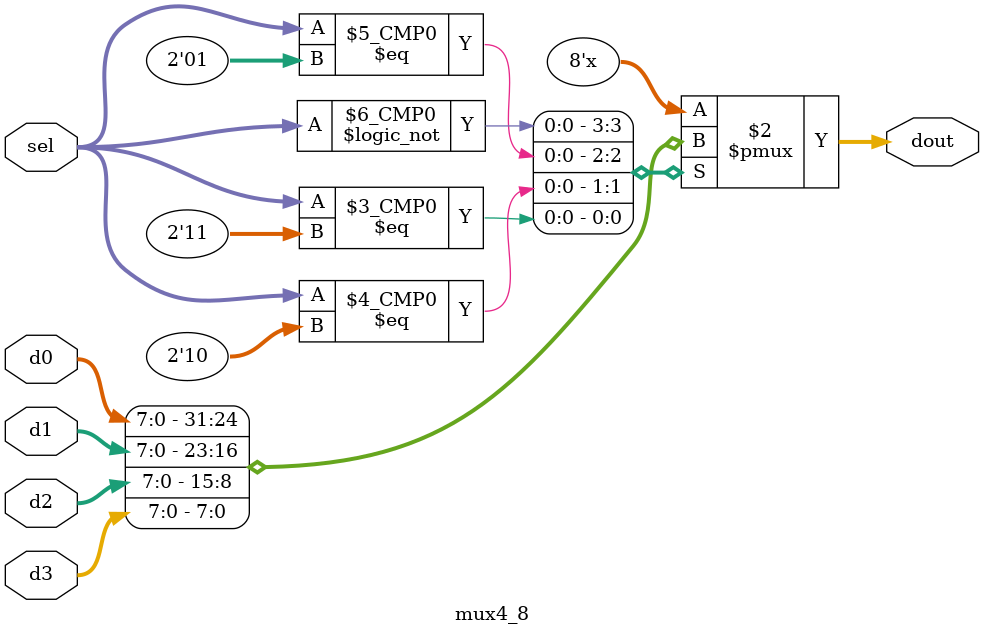
<source format=v>
`timescale 1ns / 1ps


module mux4_8(
    input [7:0] d3, d2, d1, d0,
    input [1:0] sel,
    output reg [7:0] dout
    );
    
    always @(sel or d0 or d1 or d2 or d3)
      case (sel)
      2'b00:  dout=d0;
      2'b01:  dout=d1;
      2'b10:  dout=d2;
      2'b11:  dout=d3;
      default: dout=8'b0;
      
      endcase 
    
endmodule

</source>
